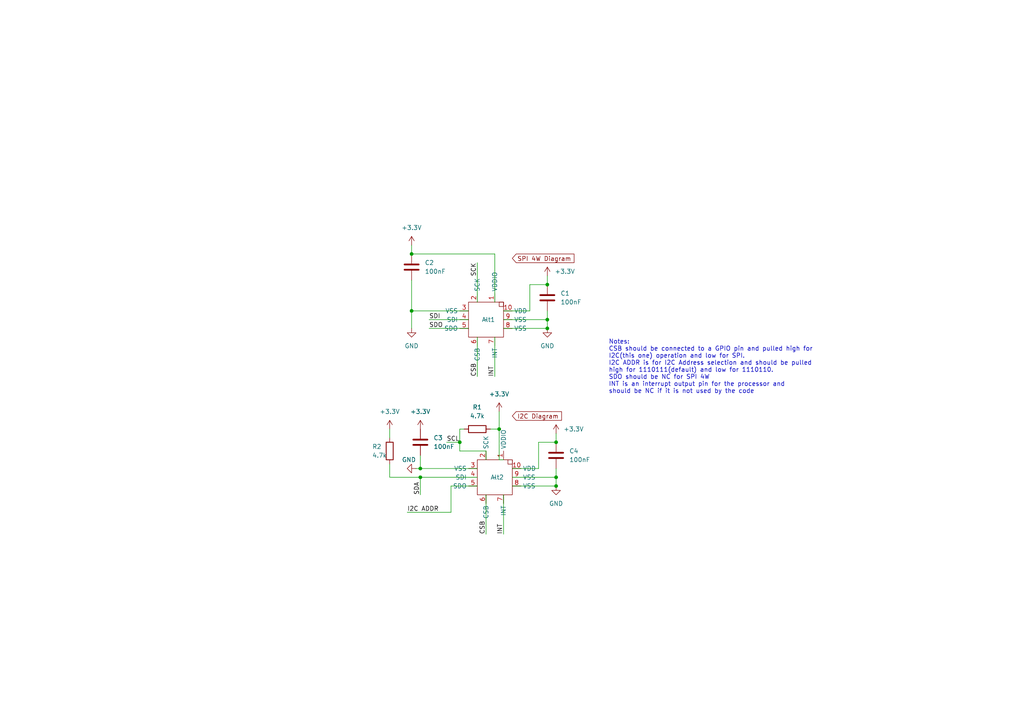
<source format=kicad_sch>
(kicad_sch (version 20230121) (generator eeschema)
  (paper "A4")
  (lib_symbols
    (symbol "Avionics:BMP390"
      (property "Reference" "Alt" (at 0 0 0))
      (symbol "BMP390_0_1"
        (rectangle (start -5.08 5.08) (end 5.08 -5.08))
        (rectangle (start 3.81 3.81) (end 5.08 5.08))
      )
      (symbol "BMP390_1_1"
        (pin input line (at 2.54 5.08 90) (length 2.54) (name "VDDIO") (number "1"))
        (pin input line (at 5.08 2.54 0) (length 2.54) (name "VDD") (number "10"))
        (pin input line (at -2.54 5.08 90) (length 2.54) (name "SCK") (number "2"))
        (pin input line (at -5.08 2.54 180) (length 2.54) (name "VSS") (number "3"))
        (pin input line (at -5.08 0 180) (length 2.54) (name "SDI") (number "4"))
        (pin input line (at -5.08 -2.54 180) (length 2.54) (name "SDO") (number "5"))
        (pin input line (at -2.54 -5.08 270) (length 2.54) (name "CSB") (number "6"))
        (pin input line (at 2.54 -5.08 270) (length 2.54) (name "INT") (number "7"))
        (pin input line (at 5.08 -2.54 0) (length 2.54) (name "VSS") (number "8"))
        (pin input line (at 5.08 0 0) (length 2.54) (name "VSS") (number "9"))
      )
    )
    (symbol "Device:C" (pin_numbers hide) (pin_names (offset 0.254))
      (property "Reference" "C" (at 0.635 2.54 0))
      (property "Value" "C" (at 0.635 -2.54 0))
      (symbol "C_0_1"
        (polyline (pts (xy -2.032 -0.762) (xy 2.032 -0.762)) (stroke (width 0.508)))
        (polyline (pts (xy -2.032 0.762) (xy 2.032 0.762)) (stroke (width 0.508)))
      )
      (symbol "C_1_1"
        (pin passive line (at 0 3.81 270) (length 2.794) (name "~") (number "1"))
        (pin passive line (at 0 -3.81 90) (length 2.794) (name "~") (number "2"))
      )
    )
    (symbol "Device:R" (pin_numbers hide) (pin_names (offset 0))
      (property "Reference" "R" (at 2.032 0 90))
      (property "Value" "R" (at 0 0 90))
      (symbol "R_0_1"
        (rectangle (start -1.016 -2.54) (end 1.016 2.54) (stroke (width 0.254)))
      )
      (symbol "R_1_1"
        (pin passive line (at 0 3.81 270) (length 1.27) (name "~") (number "1"))
        (pin passive line (at 0 -3.81 90) (length 1.27) (name "~") (number "2"))
      )
    )
    (symbol "power:+3.3V" (power) (pin_names (offset 0))
      (property "Value" "+3.3V" (at 0 3.556 0))
      (symbol "+3.3V_0_1"
        (polyline (pts (xy -0.762 1.27) (xy 0 2.54)))
        (polyline (pts (xy 0 0) (xy 0 2.54)))
        (polyline (pts (xy 0 2.54) (xy 0.762 1.27)))
      )
      (symbol "+3.3V_1_1"
        (pin power_in line (at 0 0 90) (length 0) hide (name "+3.3V") (number "1"))
      )
    )
    (symbol "power:GND" (power) (pin_names (offset 0))
      (property "Value" "GND" (at 0 -3.81 0))
      (symbol "GND_0_1"
        (polyline (pts (xy 0 0) (xy 0 -1.27) (xy 1.27 -1.27) (xy 0 -2.54) (xy -1.27 -1.27) (xy 0 -1.27)))
      )
      (symbol "GND_1_1"
        (pin power_in line (at 0 0 270) (length 0) hide (name "GND") (number "1"))
      )
    )
  )
  (junction (at 158.75 82.55))
  (junction (at 119.38 90.17))
  (junction (at 158.75 92.71))
  (junction (at 161.29 128.27))
  (junction (at 161.29 140.97))
  (junction (at 161.29 138.43))
  (junction (at 144.78 124.46))
  (junction (at 121.92 138.43))
  (junction (at 119.38 73.66))
  (junction (at 158.75 95.25))
  (junction (at 133.35 128.27))
  (junction (at 121.92 135.89))
  (wire (pts (xy 161.29 135.89) (xy 161.29 138.43)))
  (wire (pts (xy 143.51 97.79) (xy 143.51 109.22)))
  (wire (pts (xy 138.43 76.2) (xy 138.43 87.63)))
  (wire (pts (xy 146.05 90.17) (xy 153.67 90.17)))
  (wire (pts (xy 118.11 148.59) (xy 130.81 148.59)))
  (wire (pts (xy 143.51 73.66) (xy 143.51 87.63)))
  (wire (pts (xy 148.59 140.97) (xy 161.29 140.97)))
  (wire (pts (xy 153.67 90.17) (xy 153.67 82.55)))
  (wire (pts (xy 113.03 138.43) (xy 121.92 138.43)))
  (wire (pts (xy 144.78 124.46) (xy 144.78 133.35)))
  (wire (pts (xy 119.38 90.17) (xy 119.38 95.25)))
  (wire (pts (xy 129.54 128.27) (xy 133.35 128.27)))
  (wire (pts (xy 140.97 130.81) (xy 140.97 133.35)))
  (wire (pts (xy 113.03 138.43) (xy 113.03 134.62)))
  (wire (pts (xy 161.29 140.97) (xy 161.29 138.43)))
  (wire (pts (xy 156.21 135.89) (xy 156.21 128.27)))
  (wire (pts (xy 119.38 71.12) (xy 119.38 73.66)))
  (wire (pts (xy 133.35 130.81) (xy 140.97 130.81)))
  (wire (pts (xy 146.05 143.51) (xy 146.05 154.94)))
  (wire (pts (xy 146.05 95.25) (xy 158.75 95.25)))
  (wire (pts (xy 121.92 135.89) (xy 138.43 135.89)))
  (wire (pts (xy 144.78 133.35) (xy 146.05 133.35)))
  (wire (pts (xy 130.81 140.97) (xy 138.43 140.97)))
  (wire (pts (xy 158.75 90.17) (xy 158.75 92.71)))
  (wire (pts (xy 130.81 148.59) (xy 130.81 140.97)))
  (wire (pts (xy 140.97 143.51) (xy 140.97 154.94)))
  (wire (pts (xy 113.03 124.46) (xy 113.03 127)))
  (wire (pts (xy 142.24 124.46) (xy 144.78 124.46)))
  (wire (pts (xy 144.78 119.38) (xy 144.78 124.46)))
  (wire (pts (xy 158.75 95.25) (xy 158.75 92.71)))
  (wire (pts (xy 121.92 132.08) (xy 121.92 135.89)))
  (wire (pts (xy 119.38 81.28) (xy 119.38 90.17)))
  (wire (pts (xy 146.05 92.71) (xy 158.75 92.71)))
  (wire (pts (xy 124.46 92.71) (xy 135.89 92.71)))
  (wire (pts (xy 133.35 124.46) (xy 134.62 124.46)))
  (wire (pts (xy 121.92 138.43) (xy 121.92 143.51)))
  (wire (pts (xy 148.59 135.89) (xy 156.21 135.89)))
  (wire (pts (xy 156.21 128.27) (xy 161.29 128.27)))
  (wire (pts (xy 161.29 125.73) (xy 161.29 128.27)))
  (wire (pts (xy 121.92 138.43) (xy 138.43 138.43)))
  (wire (pts (xy 119.38 90.17) (xy 135.89 90.17)))
  (wire (pts (xy 148.59 138.43) (xy 161.29 138.43)))
  (wire (pts (xy 153.67 82.55) (xy 158.75 82.55)))
  (wire (pts (xy 133.35 124.46) (xy 133.35 128.27)))
  (wire (pts (xy 124.46 95.25) (xy 135.89 95.25)))
  (wire (pts (xy 119.38 73.66) (xy 143.51 73.66)))
  (wire (pts (xy 158.75 80.01) (xy 158.75 82.55)))
  (wire (pts (xy 133.35 128.27) (xy 133.35 130.81)))
  (wire (pts (xy 138.43 97.79) (xy 138.43 109.22)))
  (wire (pts (xy 120.65 135.89) (xy 121.92 135.89)))
  (text "Notes:\nCSB should be connected to a GPIO pin and pulled high for\nI2C(this one) operation and low for SPI.\nI2C ADDR is for I2C Address selection and should be pulled\nhigh for 1110111(default) and low for 1110110.\nSDO should be NC for SPI 4W\nINT is an interrupt output pin for the processor and \nshould be NC if it is not used by the code" (at 176.53 114.3 0) (effects (font (size 1.27 1.27)) (justify left bottom)))
  (label "SDO" (at 124.46 95.25 0))
  (label "SCK" (at 138.43 76.2 270))
  (label "I2C ADDR" (at 118.11 148.59 0))
  (label "CSB" (at 138.43 109.22 90))
  (label "SDI" (at 124.46 92.71 0))
  (label "SDA" (at 121.92 143.51 90))
  (label "INT" (at 146.05 154.94 90))
  (label "SCL" (at 129.54 128.27 0))
  (label "CSB" (at 140.97 154.94 90))
  (label "INT" (at 143.51 109.22 90))
  (global_label "I2C Diagram" (shape input) (at 148.59 120.65 0) (property "Intersheetrefs" "${INTERSHEET_REFS}" (effects hide)))
  (global_label "SPI 4W Diagram" (shape input) (at 148.59 74.93 0) (property "Intersheetrefs" "${INTERSHEET_REFS}" (effects hide)))
  (symbol (lib_id "power:+3.3V") (at 158.75 80.01 0) (unit 1)
    (property "Reference" "#PWR010" (effects hide))
    (property "Value" "+3.3V" (at 163.83 78.74 0))
  )
  (symbol (lib_id "power:+3.3V") (at 113.03 124.46 0) (unit 1)
    (property "Reference" "#PWR05" (effects hide))
    (property "Value" "+3.3V" (at 113.03 119.38 0))
  )
  (symbol (lib_id "Device:C") (at 161.29 132.08 0) (unit 1)
    (property "Reference" "C4" (at 165.1 130.81 0) (effects (justify left)))
    (property "Value" "100nF" (at 165.1 133.35 0) (effects (justify left)))
    (property "Footprint" "Capacitor_SMD:C_0805_2012Metric" (effects hide))
  )
  (symbol (lib_id "power:+3.3V") (at 119.38 71.12 0) (unit 1)
    (property "Reference" "#PWR011" (effects hide))
    (property "Value" "+3.3V" (at 119.38 66.04 0))
  )
  (symbol (lib_id "Avionics:BMP390") (at 143.51 138.43 0) (unit 1)
    (property "Reference" "Alt2" (at 142.24 138.43 0) (effects (justify left)))
    (property "Value" "~" (at 143.51 138.43 0))
    (property "Footprint" "Avionics:BMP390" (effects hide))
  )
  (symbol (lib_id "Device:C") (at 121.92 128.27 0) (unit 1)
    (property "Reference" "C3" (at 125.73 127 0) (effects (justify left)))
    (property "Value" "100nF" (at 125.73 129.54 0) (effects (justify left)))
    (property "Footprint" "Capacitor_SMD:C_0805_2012Metric" (effects hide))
  )
  (symbol (lib_id "power:GND") (at 161.29 140.97 0) (unit 1)
    (property "Reference" "#PWR04" (effects hide))
    (property "Value" "GND" (at 161.29 146.05 0))
  )
  (symbol (lib_id "Device:R") (at 113.03 130.81 180) (unit 1)
    (property "Reference" "R2" (at 107.95 129.54 0) (effects (justify right)))
    (property "Value" "4.7k" (at 107.95 132.08 0) (effects (justify right)))
    (property "Footprint" "Resistor_SMD:R_0603_1608Metric" (effects hide))
  )
  (symbol (lib_id "Device:C") (at 119.38 77.47 0) (unit 1)
    (property "Reference" "C2" (at 123.19 76.2 0) (effects (justify left)))
    (property "Value" "100nF" (at 123.19 78.74 0) (effects (justify left)))
    (property "Footprint" "Capacitor_SMD:C_0805_2012Metric" (effects hide))
  )
  (symbol (lib_id "power:GND") (at 119.38 95.25 0) (unit 1)
    (property "Reference" "#PWR02" (effects hide))
    (property "Value" "GND" (at 119.38 100.33 0))
  )
  (symbol (lib_id "Avionics:BMP390") (at 140.97 92.71 0) (unit 1)
    (property "Reference" "Alt1" (at 139.7 92.71 0) (effects (justify left)))
    (property "Value" "~" (at 140.97 92.71 0))
    (property "Footprint" "Avionics:BMP390" (effects hide))
  )
  (symbol (lib_id "Device:R") (at 138.43 124.46 90) (unit 1)
    (property "Reference" "R1" (at 138.43 118.11 90))
    (property "Value" "4.7k" (at 138.43 120.65 90))
    (property "Footprint" "Resistor_SMD:R_0603_1608Metric" (effects hide))
  )
  (symbol (lib_id "Device:C") (at 158.75 86.36 0) (unit 1)
    (property "Reference" "C1" (at 162.56 85.09 0) (effects (justify left)))
    (property "Value" "100nF" (at 162.56 87.63 0) (effects (justify left)))
    (property "Footprint" "Capacitor_SMD:C_0805_2012Metric" (effects hide))
  )
  (symbol (lib_id "power:+3.3V") (at 144.78 119.38 0) (unit 1)
    (property "Reference" "#PWR07" (effects hide))
    (property "Value" "+3.3V" (at 144.78 114.3 0))
  )
  (symbol (lib_id "power:GND") (at 158.75 95.25 0) (unit 1)
    (property "Reference" "#PWR01" (effects hide))
    (property "Value" "GND" (at 158.75 100.33 0))
  )
  (symbol (lib_id "power:+3.3V") (at 121.92 124.46 0) (unit 1)
    (property "Reference" "#PWR06" (effects hide))
    (property "Value" "+3.3V" (at 121.92 119.38 0))
  )
  (symbol (lib_id "power:+3.3V") (at 161.29 125.73 0) (unit 1)
    (property "Reference" "#PWR08" (effects hide))
    (property "Value" "+3.3V" (at 166.37 124.46 0))
  )
  (symbol (lib_id "power:GND") (at 120.65 135.89 270) (unit 1)
    (property "Reference" "#PWR03" (effects hide))
    (property "Value" "GND" (at 120.65 133.35 90) (effects (justify right)))
  )
)
</source>
